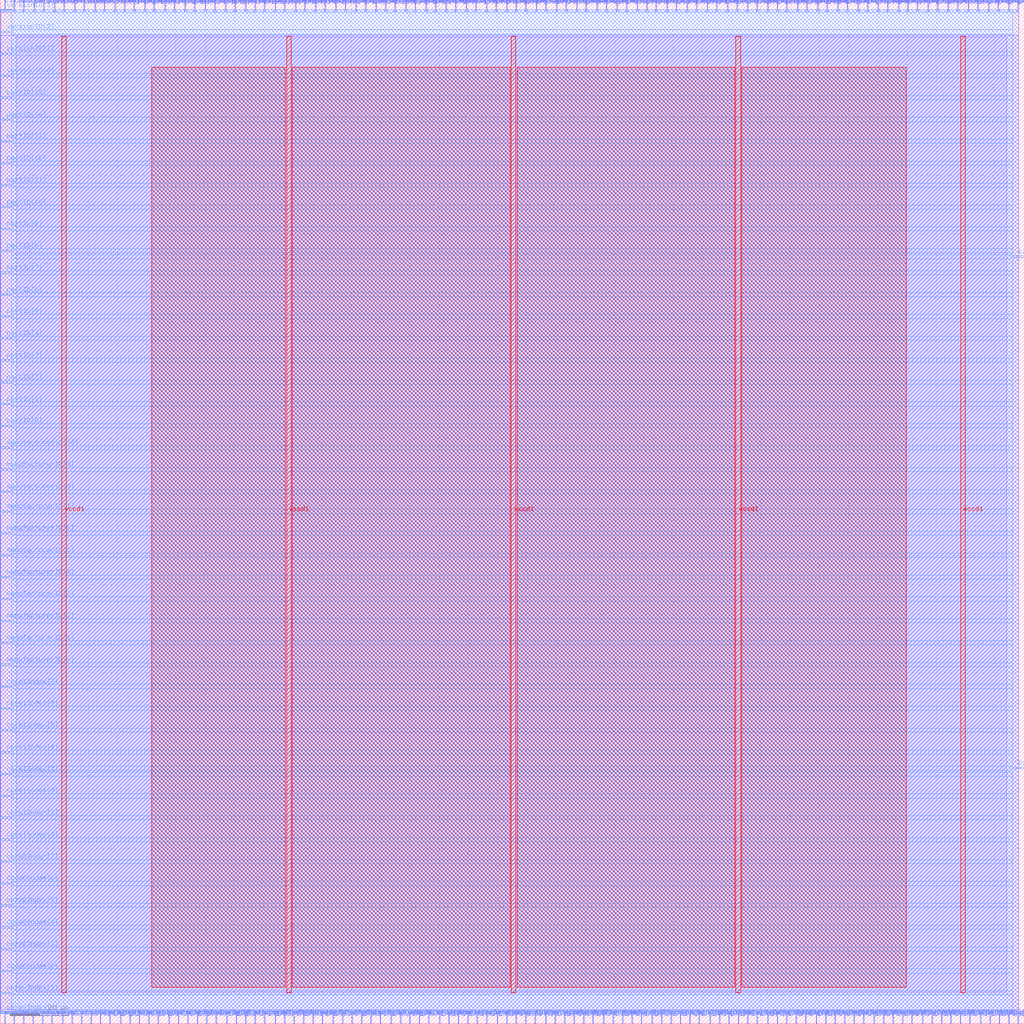
<source format=lef>
VERSION 5.7 ;
  NOWIREEXTENSIONATPIN ON ;
  DIVIDERCHAR "/" ;
  BUSBITCHARS "[]" ;
MACRO CaravelHost
  CLASS BLOCK ;
  FOREIGN CaravelHost ;
  ORIGIN 0.000 0.000 ;
  SIZE 350.000 BY 350.000 ;
  PIN caravel_uart_rx
    DIRECTION INPUT ;
    USE SIGNAL ;
    PORT
      LAYER met3 ;
        RECT 346.000 87.080 350.000 87.680 ;
    END
  END caravel_uart_rx
  PIN caravel_uart_tx
    DIRECTION OUTPUT TRISTATE ;
    USE SIGNAL ;
    PORT
      LAYER met3 ;
        RECT 346.000 261.840 350.000 262.440 ;
    END
  END caravel_uart_tx
  PIN caravel_wb_ack_i
    DIRECTION INPUT ;
    USE SIGNAL ;
    PORT
      LAYER met2 ;
        RECT 1.470 346.000 1.750 350.000 ;
    END
  END caravel_wb_ack_i
  PIN caravel_wb_adr_o[0]
    DIRECTION OUTPUT TRISTATE ;
    USE SIGNAL ;
    PORT
      LAYER met2 ;
        RECT 21.710 346.000 21.990 350.000 ;
    END
  END caravel_wb_adr_o[0]
  PIN caravel_wb_adr_o[10]
    DIRECTION OUTPUT TRISTATE ;
    USE SIGNAL ;
    PORT
      LAYER met2 ;
        RECT 138.550 346.000 138.830 350.000 ;
    END
  END caravel_wb_adr_o[10]
  PIN caravel_wb_adr_o[11]
    DIRECTION OUTPUT TRISTATE ;
    USE SIGNAL ;
    PORT
      LAYER met2 ;
        RECT 148.670 346.000 148.950 350.000 ;
    END
  END caravel_wb_adr_o[11]
  PIN caravel_wb_adr_o[12]
    DIRECTION OUTPUT TRISTATE ;
    USE SIGNAL ;
    PORT
      LAYER met2 ;
        RECT 159.250 346.000 159.530 350.000 ;
    END
  END caravel_wb_adr_o[12]
  PIN caravel_wb_adr_o[13]
    DIRECTION OUTPUT TRISTATE ;
    USE SIGNAL ;
    PORT
      LAYER met2 ;
        RECT 169.370 346.000 169.650 350.000 ;
    END
  END caravel_wb_adr_o[13]
  PIN caravel_wb_adr_o[14]
    DIRECTION OUTPUT TRISTATE ;
    USE SIGNAL ;
    PORT
      LAYER met2 ;
        RECT 179.490 346.000 179.770 350.000 ;
    END
  END caravel_wb_adr_o[14]
  PIN caravel_wb_adr_o[15]
    DIRECTION OUTPUT TRISTATE ;
    USE SIGNAL ;
    PORT
      LAYER met2 ;
        RECT 190.070 346.000 190.350 350.000 ;
    END
  END caravel_wb_adr_o[15]
  PIN caravel_wb_adr_o[16]
    DIRECTION OUTPUT TRISTATE ;
    USE SIGNAL ;
    PORT
      LAYER met2 ;
        RECT 200.190 346.000 200.470 350.000 ;
    END
  END caravel_wb_adr_o[16]
  PIN caravel_wb_adr_o[17]
    DIRECTION OUTPUT TRISTATE ;
    USE SIGNAL ;
    PORT
      LAYER met2 ;
        RECT 210.770 346.000 211.050 350.000 ;
    END
  END caravel_wb_adr_o[17]
  PIN caravel_wb_adr_o[18]
    DIRECTION OUTPUT TRISTATE ;
    USE SIGNAL ;
    PORT
      LAYER met2 ;
        RECT 220.890 346.000 221.170 350.000 ;
    END
  END caravel_wb_adr_o[18]
  PIN caravel_wb_adr_o[19]
    DIRECTION OUTPUT TRISTATE ;
    USE SIGNAL ;
    PORT
      LAYER met2 ;
        RECT 231.010 346.000 231.290 350.000 ;
    END
  END caravel_wb_adr_o[19]
  PIN caravel_wb_adr_o[1]
    DIRECTION OUTPUT TRISTATE ;
    USE SIGNAL ;
    PORT
      LAYER met2 ;
        RECT 35.510 346.000 35.790 350.000 ;
    END
  END caravel_wb_adr_o[1]
  PIN caravel_wb_adr_o[20]
    DIRECTION OUTPUT TRISTATE ;
    USE SIGNAL ;
    PORT
      LAYER met2 ;
        RECT 241.590 346.000 241.870 350.000 ;
    END
  END caravel_wb_adr_o[20]
  PIN caravel_wb_adr_o[21]
    DIRECTION OUTPUT TRISTATE ;
    USE SIGNAL ;
    PORT
      LAYER met2 ;
        RECT 251.710 346.000 251.990 350.000 ;
    END
  END caravel_wb_adr_o[21]
  PIN caravel_wb_adr_o[22]
    DIRECTION OUTPUT TRISTATE ;
    USE SIGNAL ;
    PORT
      LAYER met2 ;
        RECT 262.290 346.000 262.570 350.000 ;
    END
  END caravel_wb_adr_o[22]
  PIN caravel_wb_adr_o[23]
    DIRECTION OUTPUT TRISTATE ;
    USE SIGNAL ;
    PORT
      LAYER met2 ;
        RECT 272.410 346.000 272.690 350.000 ;
    END
  END caravel_wb_adr_o[23]
  PIN caravel_wb_adr_o[24]
    DIRECTION OUTPUT TRISTATE ;
    USE SIGNAL ;
    PORT
      LAYER met2 ;
        RECT 282.530 346.000 282.810 350.000 ;
    END
  END caravel_wb_adr_o[24]
  PIN caravel_wb_adr_o[25]
    DIRECTION OUTPUT TRISTATE ;
    USE SIGNAL ;
    PORT
      LAYER met2 ;
        RECT 293.110 346.000 293.390 350.000 ;
    END
  END caravel_wb_adr_o[25]
  PIN caravel_wb_adr_o[26]
    DIRECTION OUTPUT TRISTATE ;
    USE SIGNAL ;
    PORT
      LAYER met2 ;
        RECT 303.230 346.000 303.510 350.000 ;
    END
  END caravel_wb_adr_o[26]
  PIN caravel_wb_adr_o[27]
    DIRECTION OUTPUT TRISTATE ;
    USE SIGNAL ;
    PORT
      LAYER met2 ;
        RECT 313.350 346.000 313.630 350.000 ;
    END
  END caravel_wb_adr_o[27]
  PIN caravel_wb_adr_o[2]
    DIRECTION OUTPUT TRISTATE ;
    USE SIGNAL ;
    PORT
      LAYER met2 ;
        RECT 49.310 346.000 49.590 350.000 ;
    END
  END caravel_wb_adr_o[2]
  PIN caravel_wb_adr_o[3]
    DIRECTION OUTPUT TRISTATE ;
    USE SIGNAL ;
    PORT
      LAYER met2 ;
        RECT 63.110 346.000 63.390 350.000 ;
    END
  END caravel_wb_adr_o[3]
  PIN caravel_wb_adr_o[4]
    DIRECTION OUTPUT TRISTATE ;
    USE SIGNAL ;
    PORT
      LAYER met2 ;
        RECT 76.910 346.000 77.190 350.000 ;
    END
  END caravel_wb_adr_o[4]
  PIN caravel_wb_adr_o[5]
    DIRECTION OUTPUT TRISTATE ;
    USE SIGNAL ;
    PORT
      LAYER met2 ;
        RECT 87.030 346.000 87.310 350.000 ;
    END
  END caravel_wb_adr_o[5]
  PIN caravel_wb_adr_o[6]
    DIRECTION OUTPUT TRISTATE ;
    USE SIGNAL ;
    PORT
      LAYER met2 ;
        RECT 97.150 346.000 97.430 350.000 ;
    END
  END caravel_wb_adr_o[6]
  PIN caravel_wb_adr_o[7]
    DIRECTION OUTPUT TRISTATE ;
    USE SIGNAL ;
    PORT
      LAYER met2 ;
        RECT 107.730 346.000 108.010 350.000 ;
    END
  END caravel_wb_adr_o[7]
  PIN caravel_wb_adr_o[8]
    DIRECTION OUTPUT TRISTATE ;
    USE SIGNAL ;
    PORT
      LAYER met2 ;
        RECT 117.850 346.000 118.130 350.000 ;
    END
  END caravel_wb_adr_o[8]
  PIN caravel_wb_adr_o[9]
    DIRECTION OUTPUT TRISTATE ;
    USE SIGNAL ;
    PORT
      LAYER met2 ;
        RECT 128.430 346.000 128.710 350.000 ;
    END
  END caravel_wb_adr_o[9]
  PIN caravel_wb_cyc_o
    DIRECTION OUTPUT TRISTATE ;
    USE SIGNAL ;
    PORT
      LAYER met2 ;
        RECT 4.690 346.000 4.970 350.000 ;
    END
  END caravel_wb_cyc_o
  PIN caravel_wb_data_i[0]
    DIRECTION INPUT ;
    USE SIGNAL ;
    PORT
      LAYER met2 ;
        RECT 25.390 346.000 25.670 350.000 ;
    END
  END caravel_wb_data_i[0]
  PIN caravel_wb_data_i[10]
    DIRECTION INPUT ;
    USE SIGNAL ;
    PORT
      LAYER met2 ;
        RECT 141.770 346.000 142.050 350.000 ;
    END
  END caravel_wb_data_i[10]
  PIN caravel_wb_data_i[11]
    DIRECTION INPUT ;
    USE SIGNAL ;
    PORT
      LAYER met2 ;
        RECT 152.350 346.000 152.630 350.000 ;
    END
  END caravel_wb_data_i[11]
  PIN caravel_wb_data_i[12]
    DIRECTION INPUT ;
    USE SIGNAL ;
    PORT
      LAYER met2 ;
        RECT 162.470 346.000 162.750 350.000 ;
    END
  END caravel_wb_data_i[12]
  PIN caravel_wb_data_i[13]
    DIRECTION INPUT ;
    USE SIGNAL ;
    PORT
      LAYER met2 ;
        RECT 173.050 346.000 173.330 350.000 ;
    END
  END caravel_wb_data_i[13]
  PIN caravel_wb_data_i[14]
    DIRECTION INPUT ;
    USE SIGNAL ;
    PORT
      LAYER met2 ;
        RECT 183.170 346.000 183.450 350.000 ;
    END
  END caravel_wb_data_i[14]
  PIN caravel_wb_data_i[15]
    DIRECTION INPUT ;
    USE SIGNAL ;
    PORT
      LAYER met2 ;
        RECT 193.290 346.000 193.570 350.000 ;
    END
  END caravel_wb_data_i[15]
  PIN caravel_wb_data_i[16]
    DIRECTION INPUT ;
    USE SIGNAL ;
    PORT
      LAYER met2 ;
        RECT 203.870 346.000 204.150 350.000 ;
    END
  END caravel_wb_data_i[16]
  PIN caravel_wb_data_i[17]
    DIRECTION INPUT ;
    USE SIGNAL ;
    PORT
      LAYER met2 ;
        RECT 213.990 346.000 214.270 350.000 ;
    END
  END caravel_wb_data_i[17]
  PIN caravel_wb_data_i[18]
    DIRECTION INPUT ;
    USE SIGNAL ;
    PORT
      LAYER met2 ;
        RECT 224.110 346.000 224.390 350.000 ;
    END
  END caravel_wb_data_i[18]
  PIN caravel_wb_data_i[19]
    DIRECTION INPUT ;
    USE SIGNAL ;
    PORT
      LAYER met2 ;
        RECT 234.690 346.000 234.970 350.000 ;
    END
  END caravel_wb_data_i[19]
  PIN caravel_wb_data_i[1]
    DIRECTION INPUT ;
    USE SIGNAL ;
    PORT
      LAYER met2 ;
        RECT 39.190 346.000 39.470 350.000 ;
    END
  END caravel_wb_data_i[1]
  PIN caravel_wb_data_i[20]
    DIRECTION INPUT ;
    USE SIGNAL ;
    PORT
      LAYER met2 ;
        RECT 244.810 346.000 245.090 350.000 ;
    END
  END caravel_wb_data_i[20]
  PIN caravel_wb_data_i[21]
    DIRECTION INPUT ;
    USE SIGNAL ;
    PORT
      LAYER met2 ;
        RECT 255.390 346.000 255.670 350.000 ;
    END
  END caravel_wb_data_i[21]
  PIN caravel_wb_data_i[22]
    DIRECTION INPUT ;
    USE SIGNAL ;
    PORT
      LAYER met2 ;
        RECT 265.510 346.000 265.790 350.000 ;
    END
  END caravel_wb_data_i[22]
  PIN caravel_wb_data_i[23]
    DIRECTION INPUT ;
    USE SIGNAL ;
    PORT
      LAYER met2 ;
        RECT 275.630 346.000 275.910 350.000 ;
    END
  END caravel_wb_data_i[23]
  PIN caravel_wb_data_i[24]
    DIRECTION INPUT ;
    USE SIGNAL ;
    PORT
      LAYER met2 ;
        RECT 286.210 346.000 286.490 350.000 ;
    END
  END caravel_wb_data_i[24]
  PIN caravel_wb_data_i[25]
    DIRECTION INPUT ;
    USE SIGNAL ;
    PORT
      LAYER met2 ;
        RECT 296.330 346.000 296.610 350.000 ;
    END
  END caravel_wb_data_i[25]
  PIN caravel_wb_data_i[26]
    DIRECTION INPUT ;
    USE SIGNAL ;
    PORT
      LAYER met2 ;
        RECT 306.910 346.000 307.190 350.000 ;
    END
  END caravel_wb_data_i[26]
  PIN caravel_wb_data_i[27]
    DIRECTION INPUT ;
    USE SIGNAL ;
    PORT
      LAYER met2 ;
        RECT 317.030 346.000 317.310 350.000 ;
    END
  END caravel_wb_data_i[27]
  PIN caravel_wb_data_i[28]
    DIRECTION INPUT ;
    USE SIGNAL ;
    PORT
      LAYER met2 ;
        RECT 323.930 346.000 324.210 350.000 ;
    END
  END caravel_wb_data_i[28]
  PIN caravel_wb_data_i[29]
    DIRECTION INPUT ;
    USE SIGNAL ;
    PORT
      LAYER met2 ;
        RECT 330.830 346.000 331.110 350.000 ;
    END
  END caravel_wb_data_i[29]
  PIN caravel_wb_data_i[2]
    DIRECTION INPUT ;
    USE SIGNAL ;
    PORT
      LAYER met2 ;
        RECT 52.530 346.000 52.810 350.000 ;
    END
  END caravel_wb_data_i[2]
  PIN caravel_wb_data_i[30]
    DIRECTION INPUT ;
    USE SIGNAL ;
    PORT
      LAYER met2 ;
        RECT 337.730 346.000 338.010 350.000 ;
    END
  END caravel_wb_data_i[30]
  PIN caravel_wb_data_i[31]
    DIRECTION INPUT ;
    USE SIGNAL ;
    PORT
      LAYER met2 ;
        RECT 344.630 346.000 344.910 350.000 ;
    END
  END caravel_wb_data_i[31]
  PIN caravel_wb_data_i[3]
    DIRECTION INPUT ;
    USE SIGNAL ;
    PORT
      LAYER met2 ;
        RECT 66.330 346.000 66.610 350.000 ;
    END
  END caravel_wb_data_i[3]
  PIN caravel_wb_data_i[4]
    DIRECTION INPUT ;
    USE SIGNAL ;
    PORT
      LAYER met2 ;
        RECT 80.130 346.000 80.410 350.000 ;
    END
  END caravel_wb_data_i[4]
  PIN caravel_wb_data_i[5]
    DIRECTION INPUT ;
    USE SIGNAL ;
    PORT
      LAYER met2 ;
        RECT 90.250 346.000 90.530 350.000 ;
    END
  END caravel_wb_data_i[5]
  PIN caravel_wb_data_i[6]
    DIRECTION INPUT ;
    USE SIGNAL ;
    PORT
      LAYER met2 ;
        RECT 100.830 346.000 101.110 350.000 ;
    END
  END caravel_wb_data_i[6]
  PIN caravel_wb_data_i[7]
    DIRECTION INPUT ;
    USE SIGNAL ;
    PORT
      LAYER met2 ;
        RECT 110.950 346.000 111.230 350.000 ;
    END
  END caravel_wb_data_i[7]
  PIN caravel_wb_data_i[8]
    DIRECTION INPUT ;
    USE SIGNAL ;
    PORT
      LAYER met2 ;
        RECT 121.530 346.000 121.810 350.000 ;
    END
  END caravel_wb_data_i[8]
  PIN caravel_wb_data_i[9]
    DIRECTION INPUT ;
    USE SIGNAL ;
    PORT
      LAYER met2 ;
        RECT 131.650 346.000 131.930 350.000 ;
    END
  END caravel_wb_data_i[9]
  PIN caravel_wb_data_o[0]
    DIRECTION OUTPUT TRISTATE ;
    USE SIGNAL ;
    PORT
      LAYER met2 ;
        RECT 28.610 346.000 28.890 350.000 ;
    END
  END caravel_wb_data_o[0]
  PIN caravel_wb_data_o[10]
    DIRECTION OUTPUT TRISTATE ;
    USE SIGNAL ;
    PORT
      LAYER met2 ;
        RECT 145.450 346.000 145.730 350.000 ;
    END
  END caravel_wb_data_o[10]
  PIN caravel_wb_data_o[11]
    DIRECTION OUTPUT TRISTATE ;
    USE SIGNAL ;
    PORT
      LAYER met2 ;
        RECT 155.570 346.000 155.850 350.000 ;
    END
  END caravel_wb_data_o[11]
  PIN caravel_wb_data_o[12]
    DIRECTION OUTPUT TRISTATE ;
    USE SIGNAL ;
    PORT
      LAYER met2 ;
        RECT 166.150 346.000 166.430 350.000 ;
    END
  END caravel_wb_data_o[12]
  PIN caravel_wb_data_o[13]
    DIRECTION OUTPUT TRISTATE ;
    USE SIGNAL ;
    PORT
      LAYER met2 ;
        RECT 176.270 346.000 176.550 350.000 ;
    END
  END caravel_wb_data_o[13]
  PIN caravel_wb_data_o[14]
    DIRECTION OUTPUT TRISTATE ;
    USE SIGNAL ;
    PORT
      LAYER met2 ;
        RECT 186.390 346.000 186.670 350.000 ;
    END
  END caravel_wb_data_o[14]
  PIN caravel_wb_data_o[15]
    DIRECTION OUTPUT TRISTATE ;
    USE SIGNAL ;
    PORT
      LAYER met2 ;
        RECT 196.970 346.000 197.250 350.000 ;
    END
  END caravel_wb_data_o[15]
  PIN caravel_wb_data_o[16]
    DIRECTION OUTPUT TRISTATE ;
    USE SIGNAL ;
    PORT
      LAYER met2 ;
        RECT 207.090 346.000 207.370 350.000 ;
    END
  END caravel_wb_data_o[16]
  PIN caravel_wb_data_o[17]
    DIRECTION OUTPUT TRISTATE ;
    USE SIGNAL ;
    PORT
      LAYER met2 ;
        RECT 217.670 346.000 217.950 350.000 ;
    END
  END caravel_wb_data_o[17]
  PIN caravel_wb_data_o[18]
    DIRECTION OUTPUT TRISTATE ;
    USE SIGNAL ;
    PORT
      LAYER met2 ;
        RECT 227.790 346.000 228.070 350.000 ;
    END
  END caravel_wb_data_o[18]
  PIN caravel_wb_data_o[19]
    DIRECTION OUTPUT TRISTATE ;
    USE SIGNAL ;
    PORT
      LAYER met2 ;
        RECT 237.910 346.000 238.190 350.000 ;
    END
  END caravel_wb_data_o[19]
  PIN caravel_wb_data_o[1]
    DIRECTION OUTPUT TRISTATE ;
    USE SIGNAL ;
    PORT
      LAYER met2 ;
        RECT 42.410 346.000 42.690 350.000 ;
    END
  END caravel_wb_data_o[1]
  PIN caravel_wb_data_o[20]
    DIRECTION OUTPUT TRISTATE ;
    USE SIGNAL ;
    PORT
      LAYER met2 ;
        RECT 248.490 346.000 248.770 350.000 ;
    END
  END caravel_wb_data_o[20]
  PIN caravel_wb_data_o[21]
    DIRECTION OUTPUT TRISTATE ;
    USE SIGNAL ;
    PORT
      LAYER met2 ;
        RECT 258.610 346.000 258.890 350.000 ;
    END
  END caravel_wb_data_o[21]
  PIN caravel_wb_data_o[22]
    DIRECTION OUTPUT TRISTATE ;
    USE SIGNAL ;
    PORT
      LAYER met2 ;
        RECT 268.730 346.000 269.010 350.000 ;
    END
  END caravel_wb_data_o[22]
  PIN caravel_wb_data_o[23]
    DIRECTION OUTPUT TRISTATE ;
    USE SIGNAL ;
    PORT
      LAYER met2 ;
        RECT 279.310 346.000 279.590 350.000 ;
    END
  END caravel_wb_data_o[23]
  PIN caravel_wb_data_o[24]
    DIRECTION OUTPUT TRISTATE ;
    USE SIGNAL ;
    PORT
      LAYER met2 ;
        RECT 289.430 346.000 289.710 350.000 ;
    END
  END caravel_wb_data_o[24]
  PIN caravel_wb_data_o[25]
    DIRECTION OUTPUT TRISTATE ;
    USE SIGNAL ;
    PORT
      LAYER met2 ;
        RECT 300.010 346.000 300.290 350.000 ;
    END
  END caravel_wb_data_o[25]
  PIN caravel_wb_data_o[26]
    DIRECTION OUTPUT TRISTATE ;
    USE SIGNAL ;
    PORT
      LAYER met2 ;
        RECT 310.130 346.000 310.410 350.000 ;
    END
  END caravel_wb_data_o[26]
  PIN caravel_wb_data_o[27]
    DIRECTION OUTPUT TRISTATE ;
    USE SIGNAL ;
    PORT
      LAYER met2 ;
        RECT 320.250 346.000 320.530 350.000 ;
    END
  END caravel_wb_data_o[27]
  PIN caravel_wb_data_o[28]
    DIRECTION OUTPUT TRISTATE ;
    USE SIGNAL ;
    PORT
      LAYER met2 ;
        RECT 327.150 346.000 327.430 350.000 ;
    END
  END caravel_wb_data_o[28]
  PIN caravel_wb_data_o[29]
    DIRECTION OUTPUT TRISTATE ;
    USE SIGNAL ;
    PORT
      LAYER met2 ;
        RECT 334.050 346.000 334.330 350.000 ;
    END
  END caravel_wb_data_o[29]
  PIN caravel_wb_data_o[2]
    DIRECTION OUTPUT TRISTATE ;
    USE SIGNAL ;
    PORT
      LAYER met2 ;
        RECT 56.210 346.000 56.490 350.000 ;
    END
  END caravel_wb_data_o[2]
  PIN caravel_wb_data_o[30]
    DIRECTION OUTPUT TRISTATE ;
    USE SIGNAL ;
    PORT
      LAYER met2 ;
        RECT 340.950 346.000 341.230 350.000 ;
    END
  END caravel_wb_data_o[30]
  PIN caravel_wb_data_o[31]
    DIRECTION OUTPUT TRISTATE ;
    USE SIGNAL ;
    PORT
      LAYER met2 ;
        RECT 347.850 346.000 348.130 350.000 ;
    END
  END caravel_wb_data_o[31]
  PIN caravel_wb_data_o[3]
    DIRECTION OUTPUT TRISTATE ;
    USE SIGNAL ;
    PORT
      LAYER met2 ;
        RECT 70.010 346.000 70.290 350.000 ;
    END
  END caravel_wb_data_o[3]
  PIN caravel_wb_data_o[4]
    DIRECTION OUTPUT TRISTATE ;
    USE SIGNAL ;
    PORT
      LAYER met2 ;
        RECT 83.810 346.000 84.090 350.000 ;
    END
  END caravel_wb_data_o[4]
  PIN caravel_wb_data_o[5]
    DIRECTION OUTPUT TRISTATE ;
    USE SIGNAL ;
    PORT
      LAYER met2 ;
        RECT 93.930 346.000 94.210 350.000 ;
    END
  END caravel_wb_data_o[5]
  PIN caravel_wb_data_o[6]
    DIRECTION OUTPUT TRISTATE ;
    USE SIGNAL ;
    PORT
      LAYER met2 ;
        RECT 104.050 346.000 104.330 350.000 ;
    END
  END caravel_wb_data_o[6]
  PIN caravel_wb_data_o[7]
    DIRECTION OUTPUT TRISTATE ;
    USE SIGNAL ;
    PORT
      LAYER met2 ;
        RECT 114.630 346.000 114.910 350.000 ;
    END
  END caravel_wb_data_o[7]
  PIN caravel_wb_data_o[8]
    DIRECTION OUTPUT TRISTATE ;
    USE SIGNAL ;
    PORT
      LAYER met2 ;
        RECT 124.750 346.000 125.030 350.000 ;
    END
  END caravel_wb_data_o[8]
  PIN caravel_wb_data_o[9]
    DIRECTION OUTPUT TRISTATE ;
    USE SIGNAL ;
    PORT
      LAYER met2 ;
        RECT 134.870 346.000 135.150 350.000 ;
    END
  END caravel_wb_data_o[9]
  PIN caravel_wb_error_i
    DIRECTION INPUT ;
    USE SIGNAL ;
    PORT
      LAYER met2 ;
        RECT 7.910 346.000 8.190 350.000 ;
    END
  END caravel_wb_error_i
  PIN caravel_wb_sel_o[0]
    DIRECTION OUTPUT TRISTATE ;
    USE SIGNAL ;
    PORT
      LAYER met2 ;
        RECT 32.290 346.000 32.570 350.000 ;
    END
  END caravel_wb_sel_o[0]
  PIN caravel_wb_sel_o[1]
    DIRECTION OUTPUT TRISTATE ;
    USE SIGNAL ;
    PORT
      LAYER met2 ;
        RECT 45.630 346.000 45.910 350.000 ;
    END
  END caravel_wb_sel_o[1]
  PIN caravel_wb_sel_o[2]
    DIRECTION OUTPUT TRISTATE ;
    USE SIGNAL ;
    PORT
      LAYER met2 ;
        RECT 59.430 346.000 59.710 350.000 ;
    END
  END caravel_wb_sel_o[2]
  PIN caravel_wb_sel_o[3]
    DIRECTION OUTPUT TRISTATE ;
    USE SIGNAL ;
    PORT
      LAYER met2 ;
        RECT 73.230 346.000 73.510 350.000 ;
    END
  END caravel_wb_sel_o[3]
  PIN caravel_wb_stall_i
    DIRECTION INPUT ;
    USE SIGNAL ;
    PORT
      LAYER met2 ;
        RECT 11.590 346.000 11.870 350.000 ;
    END
  END caravel_wb_stall_i
  PIN caravel_wb_stb_o
    DIRECTION OUTPUT TRISTATE ;
    USE SIGNAL ;
    PORT
      LAYER met2 ;
        RECT 14.810 346.000 15.090 350.000 ;
    END
  END caravel_wb_stb_o
  PIN caravel_wb_we_o
    DIRECTION OUTPUT TRISTATE ;
    USE SIGNAL ;
    PORT
      LAYER met2 ;
        RECT 18.490 346.000 18.770 350.000 ;
    END
  END caravel_wb_we_o
  PIN core0Index[0]
    DIRECTION OUTPUT TRISTATE ;
    USE SIGNAL ;
    PORT
      LAYER met3 ;
        RECT 0.000 3.440 4.000 4.040 ;
    END
  END core0Index[0]
  PIN core0Index[1]
    DIRECTION OUTPUT TRISTATE ;
    USE SIGNAL ;
    PORT
      LAYER met3 ;
        RECT 0.000 10.240 4.000 10.840 ;
    END
  END core0Index[1]
  PIN core0Index[2]
    DIRECTION OUTPUT TRISTATE ;
    USE SIGNAL ;
    PORT
      LAYER met3 ;
        RECT 0.000 17.720 4.000 18.320 ;
    END
  END core0Index[2]
  PIN core0Index[3]
    DIRECTION OUTPUT TRISTATE ;
    USE SIGNAL ;
    PORT
      LAYER met3 ;
        RECT 0.000 25.200 4.000 25.800 ;
    END
  END core0Index[3]
  PIN core0Index[4]
    DIRECTION OUTPUT TRISTATE ;
    USE SIGNAL ;
    PORT
      LAYER met3 ;
        RECT 0.000 32.680 4.000 33.280 ;
    END
  END core0Index[4]
  PIN core0Index[5]
    DIRECTION OUTPUT TRISTATE ;
    USE SIGNAL ;
    PORT
      LAYER met3 ;
        RECT 0.000 40.160 4.000 40.760 ;
    END
  END core0Index[5]
  PIN core0Index[6]
    DIRECTION OUTPUT TRISTATE ;
    USE SIGNAL ;
    PORT
      LAYER met3 ;
        RECT 0.000 47.640 4.000 48.240 ;
    END
  END core0Index[6]
  PIN core0Index[7]
    DIRECTION OUTPUT TRISTATE ;
    USE SIGNAL ;
    PORT
      LAYER met3 ;
        RECT 0.000 55.120 4.000 55.720 ;
    END
  END core0Index[7]
  PIN core1Index[0]
    DIRECTION OUTPUT TRISTATE ;
    USE SIGNAL ;
    PORT
      LAYER met3 ;
        RECT 0.000 62.600 4.000 63.200 ;
    END
  END core1Index[0]
  PIN core1Index[1]
    DIRECTION OUTPUT TRISTATE ;
    USE SIGNAL ;
    PORT
      LAYER met3 ;
        RECT 0.000 70.080 4.000 70.680 ;
    END
  END core1Index[1]
  PIN core1Index[2]
    DIRECTION OUTPUT TRISTATE ;
    USE SIGNAL ;
    PORT
      LAYER met3 ;
        RECT 0.000 77.560 4.000 78.160 ;
    END
  END core1Index[2]
  PIN core1Index[3]
    DIRECTION OUTPUT TRISTATE ;
    USE SIGNAL ;
    PORT
      LAYER met3 ;
        RECT 0.000 85.040 4.000 85.640 ;
    END
  END core1Index[3]
  PIN core1Index[4]
    DIRECTION OUTPUT TRISTATE ;
    USE SIGNAL ;
    PORT
      LAYER met3 ;
        RECT 0.000 92.520 4.000 93.120 ;
    END
  END core1Index[4]
  PIN core1Index[5]
    DIRECTION OUTPUT TRISTATE ;
    USE SIGNAL ;
    PORT
      LAYER met3 ;
        RECT 0.000 100.000 4.000 100.600 ;
    END
  END core1Index[5]
  PIN core1Index[6]
    DIRECTION OUTPUT TRISTATE ;
    USE SIGNAL ;
    PORT
      LAYER met3 ;
        RECT 0.000 107.480 4.000 108.080 ;
    END
  END core1Index[6]
  PIN core1Index[7]
    DIRECTION OUTPUT TRISTATE ;
    USE SIGNAL ;
    PORT
      LAYER met3 ;
        RECT 0.000 114.960 4.000 115.560 ;
    END
  END core1Index[7]
  PIN manufacturerID[0]
    DIRECTION OUTPUT TRISTATE ;
    USE SIGNAL ;
    PORT
      LAYER met3 ;
        RECT 0.000 122.440 4.000 123.040 ;
    END
  END manufacturerID[0]
  PIN manufacturerID[10]
    DIRECTION OUTPUT TRISTATE ;
    USE SIGNAL ;
    PORT
      LAYER met3 ;
        RECT 0.000 196.560 4.000 197.160 ;
    END
  END manufacturerID[10]
  PIN manufacturerID[1]
    DIRECTION OUTPUT TRISTATE ;
    USE SIGNAL ;
    PORT
      LAYER met3 ;
        RECT 0.000 129.920 4.000 130.520 ;
    END
  END manufacturerID[1]
  PIN manufacturerID[2]
    DIRECTION OUTPUT TRISTATE ;
    USE SIGNAL ;
    PORT
      LAYER met3 ;
        RECT 0.000 137.400 4.000 138.000 ;
    END
  END manufacturerID[2]
  PIN manufacturerID[3]
    DIRECTION OUTPUT TRISTATE ;
    USE SIGNAL ;
    PORT
      LAYER met3 ;
        RECT 0.000 144.880 4.000 145.480 ;
    END
  END manufacturerID[3]
  PIN manufacturerID[4]
    DIRECTION OUTPUT TRISTATE ;
    USE SIGNAL ;
    PORT
      LAYER met3 ;
        RECT 0.000 152.360 4.000 152.960 ;
    END
  END manufacturerID[4]
  PIN manufacturerID[5]
    DIRECTION OUTPUT TRISTATE ;
    USE SIGNAL ;
    PORT
      LAYER met3 ;
        RECT 0.000 159.840 4.000 160.440 ;
    END
  END manufacturerID[5]
  PIN manufacturerID[6]
    DIRECTION OUTPUT TRISTATE ;
    USE SIGNAL ;
    PORT
      LAYER met3 ;
        RECT 0.000 167.320 4.000 167.920 ;
    END
  END manufacturerID[6]
  PIN manufacturerID[7]
    DIRECTION OUTPUT TRISTATE ;
    USE SIGNAL ;
    PORT
      LAYER met3 ;
        RECT 0.000 174.800 4.000 175.400 ;
    END
  END manufacturerID[7]
  PIN manufacturerID[8]
    DIRECTION OUTPUT TRISTATE ;
    USE SIGNAL ;
    PORT
      LAYER met3 ;
        RECT 0.000 181.600 4.000 182.200 ;
    END
  END manufacturerID[8]
  PIN manufacturerID[9]
    DIRECTION OUTPUT TRISTATE ;
    USE SIGNAL ;
    PORT
      LAYER met3 ;
        RECT 0.000 189.080 4.000 189.680 ;
    END
  END manufacturerID[9]
  PIN partID[0]
    DIRECTION OUTPUT TRISTATE ;
    USE SIGNAL ;
    PORT
      LAYER met3 ;
        RECT 0.000 204.040 4.000 204.640 ;
    END
  END partID[0]
  PIN partID[10]
    DIRECTION OUTPUT TRISTATE ;
    USE SIGNAL ;
    PORT
      LAYER met3 ;
        RECT 0.000 278.840 4.000 279.440 ;
    END
  END partID[10]
  PIN partID[11]
    DIRECTION OUTPUT TRISTATE ;
    USE SIGNAL ;
    PORT
      LAYER met3 ;
        RECT 0.000 286.320 4.000 286.920 ;
    END
  END partID[11]
  PIN partID[12]
    DIRECTION OUTPUT TRISTATE ;
    USE SIGNAL ;
    PORT
      LAYER met3 ;
        RECT 0.000 293.800 4.000 294.400 ;
    END
  END partID[12]
  PIN partID[13]
    DIRECTION OUTPUT TRISTATE ;
    USE SIGNAL ;
    PORT
      LAYER met3 ;
        RECT 0.000 301.280 4.000 301.880 ;
    END
  END partID[13]
  PIN partID[14]
    DIRECTION OUTPUT TRISTATE ;
    USE SIGNAL ;
    PORT
      LAYER met3 ;
        RECT 0.000 308.760 4.000 309.360 ;
    END
  END partID[14]
  PIN partID[15]
    DIRECTION OUTPUT TRISTATE ;
    USE SIGNAL ;
    PORT
      LAYER met3 ;
        RECT 0.000 316.240 4.000 316.840 ;
    END
  END partID[15]
  PIN partID[1]
    DIRECTION OUTPUT TRISTATE ;
    USE SIGNAL ;
    PORT
      LAYER met3 ;
        RECT 0.000 211.520 4.000 212.120 ;
    END
  END partID[1]
  PIN partID[2]
    DIRECTION OUTPUT TRISTATE ;
    USE SIGNAL ;
    PORT
      LAYER met3 ;
        RECT 0.000 219.000 4.000 219.600 ;
    END
  END partID[2]
  PIN partID[3]
    DIRECTION OUTPUT TRISTATE ;
    USE SIGNAL ;
    PORT
      LAYER met3 ;
        RECT 0.000 226.480 4.000 227.080 ;
    END
  END partID[3]
  PIN partID[4]
    DIRECTION OUTPUT TRISTATE ;
    USE SIGNAL ;
    PORT
      LAYER met3 ;
        RECT 0.000 233.960 4.000 234.560 ;
    END
  END partID[4]
  PIN partID[5]
    DIRECTION OUTPUT TRISTATE ;
    USE SIGNAL ;
    PORT
      LAYER met3 ;
        RECT 0.000 241.440 4.000 242.040 ;
    END
  END partID[5]
  PIN partID[6]
    DIRECTION OUTPUT TRISTATE ;
    USE SIGNAL ;
    PORT
      LAYER met3 ;
        RECT 0.000 248.920 4.000 249.520 ;
    END
  END partID[6]
  PIN partID[7]
    DIRECTION OUTPUT TRISTATE ;
    USE SIGNAL ;
    PORT
      LAYER met3 ;
        RECT 0.000 256.400 4.000 257.000 ;
    END
  END partID[7]
  PIN partID[8]
    DIRECTION OUTPUT TRISTATE ;
    USE SIGNAL ;
    PORT
      LAYER met3 ;
        RECT 0.000 263.880 4.000 264.480 ;
    END
  END partID[8]
  PIN partID[9]
    DIRECTION OUTPUT TRISTATE ;
    USE SIGNAL ;
    PORT
      LAYER met3 ;
        RECT 0.000 271.360 4.000 271.960 ;
    END
  END partID[9]
  PIN vccd1
    DIRECTION INOUT ;
    USE POWER ;
    PORT
      LAYER met4 ;
        RECT 21.040 10.640 22.640 337.520 ;
    END
    PORT
      LAYER met4 ;
        RECT 174.640 10.640 176.240 337.520 ;
    END
    PORT
      LAYER met4 ;
        RECT 328.240 10.640 329.840 337.520 ;
    END
  END vccd1
  PIN versionID[0]
    DIRECTION OUTPUT TRISTATE ;
    USE SIGNAL ;
    PORT
      LAYER met3 ;
        RECT 0.000 323.720 4.000 324.320 ;
    END
  END versionID[0]
  PIN versionID[1]
    DIRECTION OUTPUT TRISTATE ;
    USE SIGNAL ;
    PORT
      LAYER met3 ;
        RECT 0.000 331.200 4.000 331.800 ;
    END
  END versionID[1]
  PIN versionID[2]
    DIRECTION OUTPUT TRISTATE ;
    USE SIGNAL ;
    PORT
      LAYER met3 ;
        RECT 0.000 338.680 4.000 339.280 ;
    END
  END versionID[2]
  PIN versionID[3]
    DIRECTION OUTPUT TRISTATE ;
    USE SIGNAL ;
    PORT
      LAYER met3 ;
        RECT 0.000 346.160 4.000 346.760 ;
    END
  END versionID[3]
  PIN vssd1
    DIRECTION INOUT ;
    USE GROUND ;
    PORT
      LAYER met4 ;
        RECT 97.840 10.640 99.440 337.520 ;
    END
    PORT
      LAYER met4 ;
        RECT 251.440 10.640 253.040 337.520 ;
    END
  END vssd1
  PIN wb_clk_i
    DIRECTION INPUT ;
    USE SIGNAL ;
    PORT
      LAYER met2 ;
        RECT 1.470 0.000 1.750 4.000 ;
    END
  END wb_clk_i
  PIN wb_rst_i
    DIRECTION INPUT ;
    USE SIGNAL ;
    PORT
      LAYER met2 ;
        RECT 4.690 0.000 4.970 4.000 ;
    END
  END wb_rst_i
  PIN wbs_ack_o
    DIRECTION OUTPUT TRISTATE ;
    USE SIGNAL ;
    PORT
      LAYER met2 ;
        RECT 7.910 0.000 8.190 4.000 ;
    END
  END wbs_ack_o
  PIN wbs_adr_i[0]
    DIRECTION INPUT ;
    USE SIGNAL ;
    PORT
      LAYER met2 ;
        RECT 21.250 0.000 21.530 4.000 ;
    END
  END wbs_adr_i[0]
  PIN wbs_adr_i[10]
    DIRECTION INPUT ;
    USE SIGNAL ;
    PORT
      LAYER met2 ;
        RECT 133.490 0.000 133.770 4.000 ;
    END
  END wbs_adr_i[10]
  PIN wbs_adr_i[11]
    DIRECTION INPUT ;
    USE SIGNAL ;
    PORT
      LAYER met2 ;
        RECT 143.150 0.000 143.430 4.000 ;
    END
  END wbs_adr_i[11]
  PIN wbs_adr_i[12]
    DIRECTION INPUT ;
    USE SIGNAL ;
    PORT
      LAYER met2 ;
        RECT 153.270 0.000 153.550 4.000 ;
    END
  END wbs_adr_i[12]
  PIN wbs_adr_i[13]
    DIRECTION INPUT ;
    USE SIGNAL ;
    PORT
      LAYER met2 ;
        RECT 162.930 0.000 163.210 4.000 ;
    END
  END wbs_adr_i[13]
  PIN wbs_adr_i[14]
    DIRECTION INPUT ;
    USE SIGNAL ;
    PORT
      LAYER met2 ;
        RECT 173.050 0.000 173.330 4.000 ;
    END
  END wbs_adr_i[14]
  PIN wbs_adr_i[15]
    DIRECTION INPUT ;
    USE SIGNAL ;
    PORT
      LAYER met2 ;
        RECT 182.710 0.000 182.990 4.000 ;
    END
  END wbs_adr_i[15]
  PIN wbs_adr_i[16]
    DIRECTION INPUT ;
    USE SIGNAL ;
    PORT
      LAYER met2 ;
        RECT 192.830 0.000 193.110 4.000 ;
    END
  END wbs_adr_i[16]
  PIN wbs_adr_i[17]
    DIRECTION INPUT ;
    USE SIGNAL ;
    PORT
      LAYER met2 ;
        RECT 202.490 0.000 202.770 4.000 ;
    END
  END wbs_adr_i[17]
  PIN wbs_adr_i[18]
    DIRECTION INPUT ;
    USE SIGNAL ;
    PORT
      LAYER met2 ;
        RECT 212.610 0.000 212.890 4.000 ;
    END
  END wbs_adr_i[18]
  PIN wbs_adr_i[19]
    DIRECTION INPUT ;
    USE SIGNAL ;
    PORT
      LAYER met2 ;
        RECT 222.730 0.000 223.010 4.000 ;
    END
  END wbs_adr_i[19]
  PIN wbs_adr_i[1]
    DIRECTION INPUT ;
    USE SIGNAL ;
    PORT
      LAYER met2 ;
        RECT 34.130 0.000 34.410 4.000 ;
    END
  END wbs_adr_i[1]
  PIN wbs_adr_i[20]
    DIRECTION INPUT ;
    USE SIGNAL ;
    PORT
      LAYER met2 ;
        RECT 232.390 0.000 232.670 4.000 ;
    END
  END wbs_adr_i[20]
  PIN wbs_adr_i[21]
    DIRECTION INPUT ;
    USE SIGNAL ;
    PORT
      LAYER met2 ;
        RECT 242.510 0.000 242.790 4.000 ;
    END
  END wbs_adr_i[21]
  PIN wbs_adr_i[22]
    DIRECTION INPUT ;
    USE SIGNAL ;
    PORT
      LAYER met2 ;
        RECT 252.170 0.000 252.450 4.000 ;
    END
  END wbs_adr_i[22]
  PIN wbs_adr_i[23]
    DIRECTION INPUT ;
    USE SIGNAL ;
    PORT
      LAYER met2 ;
        RECT 262.290 0.000 262.570 4.000 ;
    END
  END wbs_adr_i[23]
  PIN wbs_adr_i[24]
    DIRECTION INPUT ;
    USE SIGNAL ;
    PORT
      LAYER met2 ;
        RECT 271.950 0.000 272.230 4.000 ;
    END
  END wbs_adr_i[24]
  PIN wbs_adr_i[25]
    DIRECTION INPUT ;
    USE SIGNAL ;
    PORT
      LAYER met2 ;
        RECT 282.070 0.000 282.350 4.000 ;
    END
  END wbs_adr_i[25]
  PIN wbs_adr_i[26]
    DIRECTION INPUT ;
    USE SIGNAL ;
    PORT
      LAYER met2 ;
        RECT 291.730 0.000 292.010 4.000 ;
    END
  END wbs_adr_i[26]
  PIN wbs_adr_i[27]
    DIRECTION INPUT ;
    USE SIGNAL ;
    PORT
      LAYER met2 ;
        RECT 301.850 0.000 302.130 4.000 ;
    END
  END wbs_adr_i[27]
  PIN wbs_adr_i[28]
    DIRECTION INPUT ;
    USE SIGNAL ;
    PORT
      LAYER met2 ;
        RECT 311.510 0.000 311.790 4.000 ;
    END
  END wbs_adr_i[28]
  PIN wbs_adr_i[29]
    DIRECTION INPUT ;
    USE SIGNAL ;
    PORT
      LAYER met2 ;
        RECT 321.630 0.000 321.910 4.000 ;
    END
  END wbs_adr_i[29]
  PIN wbs_adr_i[2]
    DIRECTION INPUT ;
    USE SIGNAL ;
    PORT
      LAYER met2 ;
        RECT 47.470 0.000 47.750 4.000 ;
    END
  END wbs_adr_i[2]
  PIN wbs_adr_i[30]
    DIRECTION INPUT ;
    USE SIGNAL ;
    PORT
      LAYER met2 ;
        RECT 331.290 0.000 331.570 4.000 ;
    END
  END wbs_adr_i[30]
  PIN wbs_adr_i[31]
    DIRECTION INPUT ;
    USE SIGNAL ;
    PORT
      LAYER met2 ;
        RECT 341.410 0.000 341.690 4.000 ;
    END
  END wbs_adr_i[31]
  PIN wbs_adr_i[3]
    DIRECTION INPUT ;
    USE SIGNAL ;
    PORT
      LAYER met2 ;
        RECT 60.810 0.000 61.090 4.000 ;
    END
  END wbs_adr_i[3]
  PIN wbs_adr_i[4]
    DIRECTION INPUT ;
    USE SIGNAL ;
    PORT
      LAYER met2 ;
        RECT 73.690 0.000 73.970 4.000 ;
    END
  END wbs_adr_i[4]
  PIN wbs_adr_i[5]
    DIRECTION INPUT ;
    USE SIGNAL ;
    PORT
      LAYER met2 ;
        RECT 83.810 0.000 84.090 4.000 ;
    END
  END wbs_adr_i[5]
  PIN wbs_adr_i[6]
    DIRECTION INPUT ;
    USE SIGNAL ;
    PORT
      LAYER met2 ;
        RECT 93.930 0.000 94.210 4.000 ;
    END
  END wbs_adr_i[6]
  PIN wbs_adr_i[7]
    DIRECTION INPUT ;
    USE SIGNAL ;
    PORT
      LAYER met2 ;
        RECT 103.590 0.000 103.870 4.000 ;
    END
  END wbs_adr_i[7]
  PIN wbs_adr_i[8]
    DIRECTION INPUT ;
    USE SIGNAL ;
    PORT
      LAYER met2 ;
        RECT 113.710 0.000 113.990 4.000 ;
    END
  END wbs_adr_i[8]
  PIN wbs_adr_i[9]
    DIRECTION INPUT ;
    USE SIGNAL ;
    PORT
      LAYER met2 ;
        RECT 123.370 0.000 123.650 4.000 ;
    END
  END wbs_adr_i[9]
  PIN wbs_cyc_i
    DIRECTION INPUT ;
    USE SIGNAL ;
    PORT
      LAYER met2 ;
        RECT 11.130 0.000 11.410 4.000 ;
    END
  END wbs_cyc_i
  PIN wbs_data_i[0]
    DIRECTION INPUT ;
    USE SIGNAL ;
    PORT
      LAYER met2 ;
        RECT 24.470 0.000 24.750 4.000 ;
    END
  END wbs_data_i[0]
  PIN wbs_data_i[10]
    DIRECTION INPUT ;
    USE SIGNAL ;
    PORT
      LAYER met2 ;
        RECT 136.710 0.000 136.990 4.000 ;
    END
  END wbs_data_i[10]
  PIN wbs_data_i[11]
    DIRECTION INPUT ;
    USE SIGNAL ;
    PORT
      LAYER met2 ;
        RECT 146.370 0.000 146.650 4.000 ;
    END
  END wbs_data_i[11]
  PIN wbs_data_i[12]
    DIRECTION INPUT ;
    USE SIGNAL ;
    PORT
      LAYER met2 ;
        RECT 156.490 0.000 156.770 4.000 ;
    END
  END wbs_data_i[12]
  PIN wbs_data_i[13]
    DIRECTION INPUT ;
    USE SIGNAL ;
    PORT
      LAYER met2 ;
        RECT 166.150 0.000 166.430 4.000 ;
    END
  END wbs_data_i[13]
  PIN wbs_data_i[14]
    DIRECTION INPUT ;
    USE SIGNAL ;
    PORT
      LAYER met2 ;
        RECT 176.270 0.000 176.550 4.000 ;
    END
  END wbs_data_i[14]
  PIN wbs_data_i[15]
    DIRECTION INPUT ;
    USE SIGNAL ;
    PORT
      LAYER met2 ;
        RECT 186.390 0.000 186.670 4.000 ;
    END
  END wbs_data_i[15]
  PIN wbs_data_i[16]
    DIRECTION INPUT ;
    USE SIGNAL ;
    PORT
      LAYER met2 ;
        RECT 196.050 0.000 196.330 4.000 ;
    END
  END wbs_data_i[16]
  PIN wbs_data_i[17]
    DIRECTION INPUT ;
    USE SIGNAL ;
    PORT
      LAYER met2 ;
        RECT 206.170 0.000 206.450 4.000 ;
    END
  END wbs_data_i[17]
  PIN wbs_data_i[18]
    DIRECTION INPUT ;
    USE SIGNAL ;
    PORT
      LAYER met2 ;
        RECT 215.830 0.000 216.110 4.000 ;
    END
  END wbs_data_i[18]
  PIN wbs_data_i[19]
    DIRECTION INPUT ;
    USE SIGNAL ;
    PORT
      LAYER met2 ;
        RECT 225.950 0.000 226.230 4.000 ;
    END
  END wbs_data_i[19]
  PIN wbs_data_i[1]
    DIRECTION INPUT ;
    USE SIGNAL ;
    PORT
      LAYER met2 ;
        RECT 37.350 0.000 37.630 4.000 ;
    END
  END wbs_data_i[1]
  PIN wbs_data_i[20]
    DIRECTION INPUT ;
    USE SIGNAL ;
    PORT
      LAYER met2 ;
        RECT 235.610 0.000 235.890 4.000 ;
    END
  END wbs_data_i[20]
  PIN wbs_data_i[21]
    DIRECTION INPUT ;
    USE SIGNAL ;
    PORT
      LAYER met2 ;
        RECT 245.730 0.000 246.010 4.000 ;
    END
  END wbs_data_i[21]
  PIN wbs_data_i[22]
    DIRECTION INPUT ;
    USE SIGNAL ;
    PORT
      LAYER met2 ;
        RECT 255.390 0.000 255.670 4.000 ;
    END
  END wbs_data_i[22]
  PIN wbs_data_i[23]
    DIRECTION INPUT ;
    USE SIGNAL ;
    PORT
      LAYER met2 ;
        RECT 265.510 0.000 265.790 4.000 ;
    END
  END wbs_data_i[23]
  PIN wbs_data_i[24]
    DIRECTION INPUT ;
    USE SIGNAL ;
    PORT
      LAYER met2 ;
        RECT 275.170 0.000 275.450 4.000 ;
    END
  END wbs_data_i[24]
  PIN wbs_data_i[25]
    DIRECTION INPUT ;
    USE SIGNAL ;
    PORT
      LAYER met2 ;
        RECT 285.290 0.000 285.570 4.000 ;
    END
  END wbs_data_i[25]
  PIN wbs_data_i[26]
    DIRECTION INPUT ;
    USE SIGNAL ;
    PORT
      LAYER met2 ;
        RECT 294.950 0.000 295.230 4.000 ;
    END
  END wbs_data_i[26]
  PIN wbs_data_i[27]
    DIRECTION INPUT ;
    USE SIGNAL ;
    PORT
      LAYER met2 ;
        RECT 305.070 0.000 305.350 4.000 ;
    END
  END wbs_data_i[27]
  PIN wbs_data_i[28]
    DIRECTION INPUT ;
    USE SIGNAL ;
    PORT
      LAYER met2 ;
        RECT 315.190 0.000 315.470 4.000 ;
    END
  END wbs_data_i[28]
  PIN wbs_data_i[29]
    DIRECTION INPUT ;
    USE SIGNAL ;
    PORT
      LAYER met2 ;
        RECT 324.850 0.000 325.130 4.000 ;
    END
  END wbs_data_i[29]
  PIN wbs_data_i[2]
    DIRECTION INPUT ;
    USE SIGNAL ;
    PORT
      LAYER met2 ;
        RECT 50.690 0.000 50.970 4.000 ;
    END
  END wbs_data_i[2]
  PIN wbs_data_i[30]
    DIRECTION INPUT ;
    USE SIGNAL ;
    PORT
      LAYER met2 ;
        RECT 334.970 0.000 335.250 4.000 ;
    END
  END wbs_data_i[30]
  PIN wbs_data_i[31]
    DIRECTION INPUT ;
    USE SIGNAL ;
    PORT
      LAYER met2 ;
        RECT 344.630 0.000 344.910 4.000 ;
    END
  END wbs_data_i[31]
  PIN wbs_data_i[3]
    DIRECTION INPUT ;
    USE SIGNAL ;
    PORT
      LAYER met2 ;
        RECT 64.030 0.000 64.310 4.000 ;
    END
  END wbs_data_i[3]
  PIN wbs_data_i[4]
    DIRECTION INPUT ;
    USE SIGNAL ;
    PORT
      LAYER met2 ;
        RECT 77.370 0.000 77.650 4.000 ;
    END
  END wbs_data_i[4]
  PIN wbs_data_i[5]
    DIRECTION INPUT ;
    USE SIGNAL ;
    PORT
      LAYER met2 ;
        RECT 87.030 0.000 87.310 4.000 ;
    END
  END wbs_data_i[5]
  PIN wbs_data_i[6]
    DIRECTION INPUT ;
    USE SIGNAL ;
    PORT
      LAYER met2 ;
        RECT 97.150 0.000 97.430 4.000 ;
    END
  END wbs_data_i[6]
  PIN wbs_data_i[7]
    DIRECTION INPUT ;
    USE SIGNAL ;
    PORT
      LAYER met2 ;
        RECT 106.810 0.000 107.090 4.000 ;
    END
  END wbs_data_i[7]
  PIN wbs_data_i[8]
    DIRECTION INPUT ;
    USE SIGNAL ;
    PORT
      LAYER met2 ;
        RECT 116.930 0.000 117.210 4.000 ;
    END
  END wbs_data_i[8]
  PIN wbs_data_i[9]
    DIRECTION INPUT ;
    USE SIGNAL ;
    PORT
      LAYER met2 ;
        RECT 126.590 0.000 126.870 4.000 ;
    END
  END wbs_data_i[9]
  PIN wbs_data_o[0]
    DIRECTION OUTPUT TRISTATE ;
    USE SIGNAL ;
    PORT
      LAYER met2 ;
        RECT 27.690 0.000 27.970 4.000 ;
    END
  END wbs_data_o[0]
  PIN wbs_data_o[10]
    DIRECTION OUTPUT TRISTATE ;
    USE SIGNAL ;
    PORT
      LAYER met2 ;
        RECT 139.930 0.000 140.210 4.000 ;
    END
  END wbs_data_o[10]
  PIN wbs_data_o[11]
    DIRECTION OUTPUT TRISTATE ;
    USE SIGNAL ;
    PORT
      LAYER met2 ;
        RECT 150.050 0.000 150.330 4.000 ;
    END
  END wbs_data_o[11]
  PIN wbs_data_o[12]
    DIRECTION OUTPUT TRISTATE ;
    USE SIGNAL ;
    PORT
      LAYER met2 ;
        RECT 159.710 0.000 159.990 4.000 ;
    END
  END wbs_data_o[12]
  PIN wbs_data_o[13]
    DIRECTION OUTPUT TRISTATE ;
    USE SIGNAL ;
    PORT
      LAYER met2 ;
        RECT 169.830 0.000 170.110 4.000 ;
    END
  END wbs_data_o[13]
  PIN wbs_data_o[14]
    DIRECTION OUTPUT TRISTATE ;
    USE SIGNAL ;
    PORT
      LAYER met2 ;
        RECT 179.490 0.000 179.770 4.000 ;
    END
  END wbs_data_o[14]
  PIN wbs_data_o[15]
    DIRECTION OUTPUT TRISTATE ;
    USE SIGNAL ;
    PORT
      LAYER met2 ;
        RECT 189.610 0.000 189.890 4.000 ;
    END
  END wbs_data_o[15]
  PIN wbs_data_o[16]
    DIRECTION OUTPUT TRISTATE ;
    USE SIGNAL ;
    PORT
      LAYER met2 ;
        RECT 199.270 0.000 199.550 4.000 ;
    END
  END wbs_data_o[16]
  PIN wbs_data_o[17]
    DIRECTION OUTPUT TRISTATE ;
    USE SIGNAL ;
    PORT
      LAYER met2 ;
        RECT 209.390 0.000 209.670 4.000 ;
    END
  END wbs_data_o[17]
  PIN wbs_data_o[18]
    DIRECTION OUTPUT TRISTATE ;
    USE SIGNAL ;
    PORT
      LAYER met2 ;
        RECT 219.050 0.000 219.330 4.000 ;
    END
  END wbs_data_o[18]
  PIN wbs_data_o[19]
    DIRECTION OUTPUT TRISTATE ;
    USE SIGNAL ;
    PORT
      LAYER met2 ;
        RECT 229.170 0.000 229.450 4.000 ;
    END
  END wbs_data_o[19]
  PIN wbs_data_o[1]
    DIRECTION OUTPUT TRISTATE ;
    USE SIGNAL ;
    PORT
      LAYER met2 ;
        RECT 41.030 0.000 41.310 4.000 ;
    END
  END wbs_data_o[1]
  PIN wbs_data_o[20]
    DIRECTION OUTPUT TRISTATE ;
    USE SIGNAL ;
    PORT
      LAYER met2 ;
        RECT 238.830 0.000 239.110 4.000 ;
    END
  END wbs_data_o[20]
  PIN wbs_data_o[21]
    DIRECTION OUTPUT TRISTATE ;
    USE SIGNAL ;
    PORT
      LAYER met2 ;
        RECT 248.950 0.000 249.230 4.000 ;
    END
  END wbs_data_o[21]
  PIN wbs_data_o[22]
    DIRECTION OUTPUT TRISTATE ;
    USE SIGNAL ;
    PORT
      LAYER met2 ;
        RECT 258.610 0.000 258.890 4.000 ;
    END
  END wbs_data_o[22]
  PIN wbs_data_o[23]
    DIRECTION OUTPUT TRISTATE ;
    USE SIGNAL ;
    PORT
      LAYER met2 ;
        RECT 268.730 0.000 269.010 4.000 ;
    END
  END wbs_data_o[23]
  PIN wbs_data_o[24]
    DIRECTION OUTPUT TRISTATE ;
    USE SIGNAL ;
    PORT
      LAYER met2 ;
        RECT 278.850 0.000 279.130 4.000 ;
    END
  END wbs_data_o[24]
  PIN wbs_data_o[25]
    DIRECTION OUTPUT TRISTATE ;
    USE SIGNAL ;
    PORT
      LAYER met2 ;
        RECT 288.510 0.000 288.790 4.000 ;
    END
  END wbs_data_o[25]
  PIN wbs_data_o[26]
    DIRECTION OUTPUT TRISTATE ;
    USE SIGNAL ;
    PORT
      LAYER met2 ;
        RECT 298.630 0.000 298.910 4.000 ;
    END
  END wbs_data_o[26]
  PIN wbs_data_o[27]
    DIRECTION OUTPUT TRISTATE ;
    USE SIGNAL ;
    PORT
      LAYER met2 ;
        RECT 308.290 0.000 308.570 4.000 ;
    END
  END wbs_data_o[27]
  PIN wbs_data_o[28]
    DIRECTION OUTPUT TRISTATE ;
    USE SIGNAL ;
    PORT
      LAYER met2 ;
        RECT 318.410 0.000 318.690 4.000 ;
    END
  END wbs_data_o[28]
  PIN wbs_data_o[29]
    DIRECTION OUTPUT TRISTATE ;
    USE SIGNAL ;
    PORT
      LAYER met2 ;
        RECT 328.070 0.000 328.350 4.000 ;
    END
  END wbs_data_o[29]
  PIN wbs_data_o[2]
    DIRECTION OUTPUT TRISTATE ;
    USE SIGNAL ;
    PORT
      LAYER met2 ;
        RECT 53.910 0.000 54.190 4.000 ;
    END
  END wbs_data_o[2]
  PIN wbs_data_o[30]
    DIRECTION OUTPUT TRISTATE ;
    USE SIGNAL ;
    PORT
      LAYER met2 ;
        RECT 338.190 0.000 338.470 4.000 ;
    END
  END wbs_data_o[30]
  PIN wbs_data_o[31]
    DIRECTION OUTPUT TRISTATE ;
    USE SIGNAL ;
    PORT
      LAYER met2 ;
        RECT 347.850 0.000 348.130 4.000 ;
    END
  END wbs_data_o[31]
  PIN wbs_data_o[3]
    DIRECTION OUTPUT TRISTATE ;
    USE SIGNAL ;
    PORT
      LAYER met2 ;
        RECT 67.250 0.000 67.530 4.000 ;
    END
  END wbs_data_o[3]
  PIN wbs_data_o[4]
    DIRECTION OUTPUT TRISTATE ;
    USE SIGNAL ;
    PORT
      LAYER met2 ;
        RECT 80.590 0.000 80.870 4.000 ;
    END
  END wbs_data_o[4]
  PIN wbs_data_o[5]
    DIRECTION OUTPUT TRISTATE ;
    USE SIGNAL ;
    PORT
      LAYER met2 ;
        RECT 90.250 0.000 90.530 4.000 ;
    END
  END wbs_data_o[5]
  PIN wbs_data_o[6]
    DIRECTION OUTPUT TRISTATE ;
    USE SIGNAL ;
    PORT
      LAYER met2 ;
        RECT 100.370 0.000 100.650 4.000 ;
    END
  END wbs_data_o[6]
  PIN wbs_data_o[7]
    DIRECTION OUTPUT TRISTATE ;
    USE SIGNAL ;
    PORT
      LAYER met2 ;
        RECT 110.030 0.000 110.310 4.000 ;
    END
  END wbs_data_o[7]
  PIN wbs_data_o[8]
    DIRECTION OUTPUT TRISTATE ;
    USE SIGNAL ;
    PORT
      LAYER met2 ;
        RECT 120.150 0.000 120.430 4.000 ;
    END
  END wbs_data_o[8]
  PIN wbs_data_o[9]
    DIRECTION OUTPUT TRISTATE ;
    USE SIGNAL ;
    PORT
      LAYER met2 ;
        RECT 129.810 0.000 130.090 4.000 ;
    END
  END wbs_data_o[9]
  PIN wbs_sel_i[0]
    DIRECTION INPUT ;
    USE SIGNAL ;
    PORT
      LAYER met2 ;
        RECT 30.910 0.000 31.190 4.000 ;
    END
  END wbs_sel_i[0]
  PIN wbs_sel_i[1]
    DIRECTION INPUT ;
    USE SIGNAL ;
    PORT
      LAYER met2 ;
        RECT 44.250 0.000 44.530 4.000 ;
    END
  END wbs_sel_i[1]
  PIN wbs_sel_i[2]
    DIRECTION INPUT ;
    USE SIGNAL ;
    PORT
      LAYER met2 ;
        RECT 57.590 0.000 57.870 4.000 ;
    END
  END wbs_sel_i[2]
  PIN wbs_sel_i[3]
    DIRECTION INPUT ;
    USE SIGNAL ;
    PORT
      LAYER met2 ;
        RECT 70.470 0.000 70.750 4.000 ;
    END
  END wbs_sel_i[3]
  PIN wbs_stb_i
    DIRECTION INPUT ;
    USE SIGNAL ;
    PORT
      LAYER met2 ;
        RECT 14.350 0.000 14.630 4.000 ;
    END
  END wbs_stb_i
  PIN wbs_we_i
    DIRECTION INPUT ;
    USE SIGNAL ;
    PORT
      LAYER met2 ;
        RECT 17.570 0.000 17.850 4.000 ;
    END
  END wbs_we_i
  OBS
      LAYER li1 ;
        RECT 5.520 10.795 344.080 337.365 ;
      LAYER met1 ;
        RECT 0.070 4.800 348.150 337.920 ;
      LAYER met2 ;
        RECT 0.100 345.720 1.190 346.645 ;
        RECT 2.030 345.720 4.410 346.645 ;
        RECT 5.250 345.720 7.630 346.645 ;
        RECT 8.470 345.720 11.310 346.645 ;
        RECT 12.150 345.720 14.530 346.645 ;
        RECT 15.370 345.720 18.210 346.645 ;
        RECT 19.050 345.720 21.430 346.645 ;
        RECT 22.270 345.720 25.110 346.645 ;
        RECT 25.950 345.720 28.330 346.645 ;
        RECT 29.170 345.720 32.010 346.645 ;
        RECT 32.850 345.720 35.230 346.645 ;
        RECT 36.070 345.720 38.910 346.645 ;
        RECT 39.750 345.720 42.130 346.645 ;
        RECT 42.970 345.720 45.350 346.645 ;
        RECT 46.190 345.720 49.030 346.645 ;
        RECT 49.870 345.720 52.250 346.645 ;
        RECT 53.090 345.720 55.930 346.645 ;
        RECT 56.770 345.720 59.150 346.645 ;
        RECT 59.990 345.720 62.830 346.645 ;
        RECT 63.670 345.720 66.050 346.645 ;
        RECT 66.890 345.720 69.730 346.645 ;
        RECT 70.570 345.720 72.950 346.645 ;
        RECT 73.790 345.720 76.630 346.645 ;
        RECT 77.470 345.720 79.850 346.645 ;
        RECT 80.690 345.720 83.530 346.645 ;
        RECT 84.370 345.720 86.750 346.645 ;
        RECT 87.590 345.720 89.970 346.645 ;
        RECT 90.810 345.720 93.650 346.645 ;
        RECT 94.490 345.720 96.870 346.645 ;
        RECT 97.710 345.720 100.550 346.645 ;
        RECT 101.390 345.720 103.770 346.645 ;
        RECT 104.610 345.720 107.450 346.645 ;
        RECT 108.290 345.720 110.670 346.645 ;
        RECT 111.510 345.720 114.350 346.645 ;
        RECT 115.190 345.720 117.570 346.645 ;
        RECT 118.410 345.720 121.250 346.645 ;
        RECT 122.090 345.720 124.470 346.645 ;
        RECT 125.310 345.720 128.150 346.645 ;
        RECT 128.990 345.720 131.370 346.645 ;
        RECT 132.210 345.720 134.590 346.645 ;
        RECT 135.430 345.720 138.270 346.645 ;
        RECT 139.110 345.720 141.490 346.645 ;
        RECT 142.330 345.720 145.170 346.645 ;
        RECT 146.010 345.720 148.390 346.645 ;
        RECT 149.230 345.720 152.070 346.645 ;
        RECT 152.910 345.720 155.290 346.645 ;
        RECT 156.130 345.720 158.970 346.645 ;
        RECT 159.810 345.720 162.190 346.645 ;
        RECT 163.030 345.720 165.870 346.645 ;
        RECT 166.710 345.720 169.090 346.645 ;
        RECT 169.930 345.720 172.770 346.645 ;
        RECT 173.610 345.720 175.990 346.645 ;
        RECT 176.830 345.720 179.210 346.645 ;
        RECT 180.050 345.720 182.890 346.645 ;
        RECT 183.730 345.720 186.110 346.645 ;
        RECT 186.950 345.720 189.790 346.645 ;
        RECT 190.630 345.720 193.010 346.645 ;
        RECT 193.850 345.720 196.690 346.645 ;
        RECT 197.530 345.720 199.910 346.645 ;
        RECT 200.750 345.720 203.590 346.645 ;
        RECT 204.430 345.720 206.810 346.645 ;
        RECT 207.650 345.720 210.490 346.645 ;
        RECT 211.330 345.720 213.710 346.645 ;
        RECT 214.550 345.720 217.390 346.645 ;
        RECT 218.230 345.720 220.610 346.645 ;
        RECT 221.450 345.720 223.830 346.645 ;
        RECT 224.670 345.720 227.510 346.645 ;
        RECT 228.350 345.720 230.730 346.645 ;
        RECT 231.570 345.720 234.410 346.645 ;
        RECT 235.250 345.720 237.630 346.645 ;
        RECT 238.470 345.720 241.310 346.645 ;
        RECT 242.150 345.720 244.530 346.645 ;
        RECT 245.370 345.720 248.210 346.645 ;
        RECT 249.050 345.720 251.430 346.645 ;
        RECT 252.270 345.720 255.110 346.645 ;
        RECT 255.950 345.720 258.330 346.645 ;
        RECT 259.170 345.720 262.010 346.645 ;
        RECT 262.850 345.720 265.230 346.645 ;
        RECT 266.070 345.720 268.450 346.645 ;
        RECT 269.290 345.720 272.130 346.645 ;
        RECT 272.970 345.720 275.350 346.645 ;
        RECT 276.190 345.720 279.030 346.645 ;
        RECT 279.870 345.720 282.250 346.645 ;
        RECT 283.090 345.720 285.930 346.645 ;
        RECT 286.770 345.720 289.150 346.645 ;
        RECT 289.990 345.720 292.830 346.645 ;
        RECT 293.670 345.720 296.050 346.645 ;
        RECT 296.890 345.720 299.730 346.645 ;
        RECT 300.570 345.720 302.950 346.645 ;
        RECT 303.790 345.720 306.630 346.645 ;
        RECT 307.470 345.720 309.850 346.645 ;
        RECT 310.690 345.720 313.070 346.645 ;
        RECT 313.910 345.720 316.750 346.645 ;
        RECT 317.590 345.720 319.970 346.645 ;
        RECT 320.810 345.720 323.650 346.645 ;
        RECT 324.490 345.720 326.870 346.645 ;
        RECT 327.710 345.720 330.550 346.645 ;
        RECT 331.390 345.720 333.770 346.645 ;
        RECT 334.610 345.720 337.450 346.645 ;
        RECT 338.290 345.720 340.670 346.645 ;
        RECT 341.510 345.720 344.350 346.645 ;
        RECT 345.190 345.720 347.570 346.645 ;
        RECT 0.100 4.280 348.120 345.720 ;
        RECT 0.100 3.555 1.190 4.280 ;
        RECT 2.030 3.555 4.410 4.280 ;
        RECT 5.250 3.555 7.630 4.280 ;
        RECT 8.470 3.555 10.850 4.280 ;
        RECT 11.690 3.555 14.070 4.280 ;
        RECT 14.910 3.555 17.290 4.280 ;
        RECT 18.130 3.555 20.970 4.280 ;
        RECT 21.810 3.555 24.190 4.280 ;
        RECT 25.030 3.555 27.410 4.280 ;
        RECT 28.250 3.555 30.630 4.280 ;
        RECT 31.470 3.555 33.850 4.280 ;
        RECT 34.690 3.555 37.070 4.280 ;
        RECT 37.910 3.555 40.750 4.280 ;
        RECT 41.590 3.555 43.970 4.280 ;
        RECT 44.810 3.555 47.190 4.280 ;
        RECT 48.030 3.555 50.410 4.280 ;
        RECT 51.250 3.555 53.630 4.280 ;
        RECT 54.470 3.555 57.310 4.280 ;
        RECT 58.150 3.555 60.530 4.280 ;
        RECT 61.370 3.555 63.750 4.280 ;
        RECT 64.590 3.555 66.970 4.280 ;
        RECT 67.810 3.555 70.190 4.280 ;
        RECT 71.030 3.555 73.410 4.280 ;
        RECT 74.250 3.555 77.090 4.280 ;
        RECT 77.930 3.555 80.310 4.280 ;
        RECT 81.150 3.555 83.530 4.280 ;
        RECT 84.370 3.555 86.750 4.280 ;
        RECT 87.590 3.555 89.970 4.280 ;
        RECT 90.810 3.555 93.650 4.280 ;
        RECT 94.490 3.555 96.870 4.280 ;
        RECT 97.710 3.555 100.090 4.280 ;
        RECT 100.930 3.555 103.310 4.280 ;
        RECT 104.150 3.555 106.530 4.280 ;
        RECT 107.370 3.555 109.750 4.280 ;
        RECT 110.590 3.555 113.430 4.280 ;
        RECT 114.270 3.555 116.650 4.280 ;
        RECT 117.490 3.555 119.870 4.280 ;
        RECT 120.710 3.555 123.090 4.280 ;
        RECT 123.930 3.555 126.310 4.280 ;
        RECT 127.150 3.555 129.530 4.280 ;
        RECT 130.370 3.555 133.210 4.280 ;
        RECT 134.050 3.555 136.430 4.280 ;
        RECT 137.270 3.555 139.650 4.280 ;
        RECT 140.490 3.555 142.870 4.280 ;
        RECT 143.710 3.555 146.090 4.280 ;
        RECT 146.930 3.555 149.770 4.280 ;
        RECT 150.610 3.555 152.990 4.280 ;
        RECT 153.830 3.555 156.210 4.280 ;
        RECT 157.050 3.555 159.430 4.280 ;
        RECT 160.270 3.555 162.650 4.280 ;
        RECT 163.490 3.555 165.870 4.280 ;
        RECT 166.710 3.555 169.550 4.280 ;
        RECT 170.390 3.555 172.770 4.280 ;
        RECT 173.610 3.555 175.990 4.280 ;
        RECT 176.830 3.555 179.210 4.280 ;
        RECT 180.050 3.555 182.430 4.280 ;
        RECT 183.270 3.555 186.110 4.280 ;
        RECT 186.950 3.555 189.330 4.280 ;
        RECT 190.170 3.555 192.550 4.280 ;
        RECT 193.390 3.555 195.770 4.280 ;
        RECT 196.610 3.555 198.990 4.280 ;
        RECT 199.830 3.555 202.210 4.280 ;
        RECT 203.050 3.555 205.890 4.280 ;
        RECT 206.730 3.555 209.110 4.280 ;
        RECT 209.950 3.555 212.330 4.280 ;
        RECT 213.170 3.555 215.550 4.280 ;
        RECT 216.390 3.555 218.770 4.280 ;
        RECT 219.610 3.555 222.450 4.280 ;
        RECT 223.290 3.555 225.670 4.280 ;
        RECT 226.510 3.555 228.890 4.280 ;
        RECT 229.730 3.555 232.110 4.280 ;
        RECT 232.950 3.555 235.330 4.280 ;
        RECT 236.170 3.555 238.550 4.280 ;
        RECT 239.390 3.555 242.230 4.280 ;
        RECT 243.070 3.555 245.450 4.280 ;
        RECT 246.290 3.555 248.670 4.280 ;
        RECT 249.510 3.555 251.890 4.280 ;
        RECT 252.730 3.555 255.110 4.280 ;
        RECT 255.950 3.555 258.330 4.280 ;
        RECT 259.170 3.555 262.010 4.280 ;
        RECT 262.850 3.555 265.230 4.280 ;
        RECT 266.070 3.555 268.450 4.280 ;
        RECT 269.290 3.555 271.670 4.280 ;
        RECT 272.510 3.555 274.890 4.280 ;
        RECT 275.730 3.555 278.570 4.280 ;
        RECT 279.410 3.555 281.790 4.280 ;
        RECT 282.630 3.555 285.010 4.280 ;
        RECT 285.850 3.555 288.230 4.280 ;
        RECT 289.070 3.555 291.450 4.280 ;
        RECT 292.290 3.555 294.670 4.280 ;
        RECT 295.510 3.555 298.350 4.280 ;
        RECT 299.190 3.555 301.570 4.280 ;
        RECT 302.410 3.555 304.790 4.280 ;
        RECT 305.630 3.555 308.010 4.280 ;
        RECT 308.850 3.555 311.230 4.280 ;
        RECT 312.070 3.555 314.910 4.280 ;
        RECT 315.750 3.555 318.130 4.280 ;
        RECT 318.970 3.555 321.350 4.280 ;
        RECT 322.190 3.555 324.570 4.280 ;
        RECT 325.410 3.555 327.790 4.280 ;
        RECT 328.630 3.555 331.010 4.280 ;
        RECT 331.850 3.555 334.690 4.280 ;
        RECT 335.530 3.555 337.910 4.280 ;
        RECT 338.750 3.555 341.130 4.280 ;
        RECT 341.970 3.555 344.350 4.280 ;
        RECT 345.190 3.555 347.570 4.280 ;
      LAYER met3 ;
        RECT 4.400 345.760 346.000 346.625 ;
        RECT 4.000 339.680 346.000 345.760 ;
        RECT 4.400 338.280 346.000 339.680 ;
        RECT 4.000 332.200 346.000 338.280 ;
        RECT 4.400 330.800 346.000 332.200 ;
        RECT 4.000 324.720 346.000 330.800 ;
        RECT 4.400 323.320 346.000 324.720 ;
        RECT 4.000 317.240 346.000 323.320 ;
        RECT 4.400 315.840 346.000 317.240 ;
        RECT 4.000 309.760 346.000 315.840 ;
        RECT 4.400 308.360 346.000 309.760 ;
        RECT 4.000 302.280 346.000 308.360 ;
        RECT 4.400 300.880 346.000 302.280 ;
        RECT 4.000 294.800 346.000 300.880 ;
        RECT 4.400 293.400 346.000 294.800 ;
        RECT 4.000 287.320 346.000 293.400 ;
        RECT 4.400 285.920 346.000 287.320 ;
        RECT 4.000 279.840 346.000 285.920 ;
        RECT 4.400 278.440 346.000 279.840 ;
        RECT 4.000 272.360 346.000 278.440 ;
        RECT 4.400 270.960 346.000 272.360 ;
        RECT 4.000 264.880 346.000 270.960 ;
        RECT 4.400 263.480 346.000 264.880 ;
        RECT 4.000 262.840 346.000 263.480 ;
        RECT 4.000 261.440 345.600 262.840 ;
        RECT 4.000 257.400 346.000 261.440 ;
        RECT 4.400 256.000 346.000 257.400 ;
        RECT 4.000 249.920 346.000 256.000 ;
        RECT 4.400 248.520 346.000 249.920 ;
        RECT 4.000 242.440 346.000 248.520 ;
        RECT 4.400 241.040 346.000 242.440 ;
        RECT 4.000 234.960 346.000 241.040 ;
        RECT 4.400 233.560 346.000 234.960 ;
        RECT 4.000 227.480 346.000 233.560 ;
        RECT 4.400 226.080 346.000 227.480 ;
        RECT 4.000 220.000 346.000 226.080 ;
        RECT 4.400 218.600 346.000 220.000 ;
        RECT 4.000 212.520 346.000 218.600 ;
        RECT 4.400 211.120 346.000 212.520 ;
        RECT 4.000 205.040 346.000 211.120 ;
        RECT 4.400 203.640 346.000 205.040 ;
        RECT 4.000 197.560 346.000 203.640 ;
        RECT 4.400 196.160 346.000 197.560 ;
        RECT 4.000 190.080 346.000 196.160 ;
        RECT 4.400 188.680 346.000 190.080 ;
        RECT 4.000 182.600 346.000 188.680 ;
        RECT 4.400 181.200 346.000 182.600 ;
        RECT 4.000 175.800 346.000 181.200 ;
        RECT 4.400 174.400 346.000 175.800 ;
        RECT 4.000 168.320 346.000 174.400 ;
        RECT 4.400 166.920 346.000 168.320 ;
        RECT 4.000 160.840 346.000 166.920 ;
        RECT 4.400 159.440 346.000 160.840 ;
        RECT 4.000 153.360 346.000 159.440 ;
        RECT 4.400 151.960 346.000 153.360 ;
        RECT 4.000 145.880 346.000 151.960 ;
        RECT 4.400 144.480 346.000 145.880 ;
        RECT 4.000 138.400 346.000 144.480 ;
        RECT 4.400 137.000 346.000 138.400 ;
        RECT 4.000 130.920 346.000 137.000 ;
        RECT 4.400 129.520 346.000 130.920 ;
        RECT 4.000 123.440 346.000 129.520 ;
        RECT 4.400 122.040 346.000 123.440 ;
        RECT 4.000 115.960 346.000 122.040 ;
        RECT 4.400 114.560 346.000 115.960 ;
        RECT 4.000 108.480 346.000 114.560 ;
        RECT 4.400 107.080 346.000 108.480 ;
        RECT 4.000 101.000 346.000 107.080 ;
        RECT 4.400 99.600 346.000 101.000 ;
        RECT 4.000 93.520 346.000 99.600 ;
        RECT 4.400 92.120 346.000 93.520 ;
        RECT 4.000 88.080 346.000 92.120 ;
        RECT 4.000 86.680 345.600 88.080 ;
        RECT 4.000 86.040 346.000 86.680 ;
        RECT 4.400 84.640 346.000 86.040 ;
        RECT 4.000 78.560 346.000 84.640 ;
        RECT 4.400 77.160 346.000 78.560 ;
        RECT 4.000 71.080 346.000 77.160 ;
        RECT 4.400 69.680 346.000 71.080 ;
        RECT 4.000 63.600 346.000 69.680 ;
        RECT 4.400 62.200 346.000 63.600 ;
        RECT 4.000 56.120 346.000 62.200 ;
        RECT 4.400 54.720 346.000 56.120 ;
        RECT 4.000 48.640 346.000 54.720 ;
        RECT 4.400 47.240 346.000 48.640 ;
        RECT 4.000 41.160 346.000 47.240 ;
        RECT 4.400 39.760 346.000 41.160 ;
        RECT 4.000 33.680 346.000 39.760 ;
        RECT 4.400 32.280 346.000 33.680 ;
        RECT 4.000 26.200 346.000 32.280 ;
        RECT 4.400 24.800 346.000 26.200 ;
        RECT 4.000 18.720 346.000 24.800 ;
        RECT 4.400 17.320 346.000 18.720 ;
        RECT 4.000 11.240 346.000 17.320 ;
        RECT 4.400 9.840 346.000 11.240 ;
        RECT 4.000 4.440 346.000 9.840 ;
        RECT 4.400 3.575 346.000 4.440 ;
      LAYER met4 ;
        RECT 51.815 12.415 97.440 326.905 ;
        RECT 99.840 12.415 174.240 326.905 ;
        RECT 176.640 12.415 251.040 326.905 ;
        RECT 253.440 12.415 309.745 326.905 ;
  END
END CaravelHost
END LIBRARY


</source>
